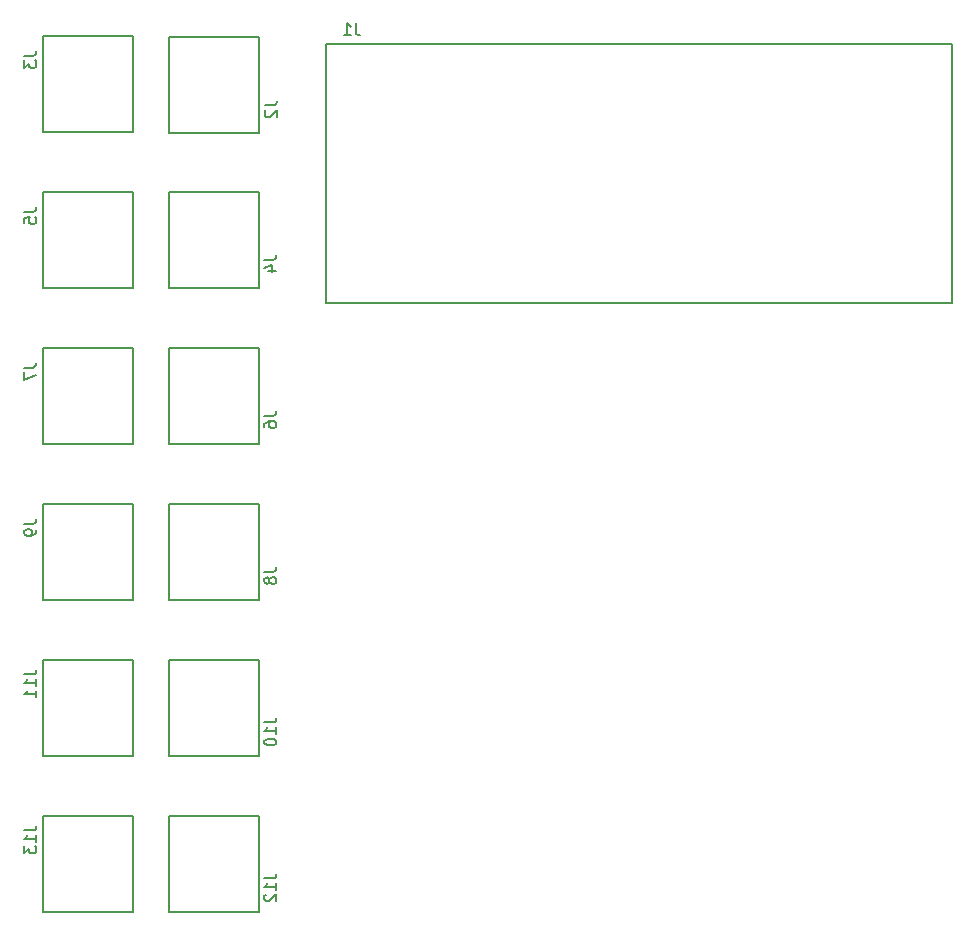
<source format=gbr>
G04 #@! TF.GenerationSoftware,KiCad,Pcbnew,5.1.4-e60b266~84~ubuntu18.04.1*
G04 #@! TF.CreationDate,2019-11-20T23:53:28-05:00*
G04 #@! TF.ProjectId,sensing_module_interface,73656e73-696e-4675-9f6d-6f64756c655f,rev?*
G04 #@! TF.SameCoordinates,Original*
G04 #@! TF.FileFunction,Legend,Bot*
G04 #@! TF.FilePolarity,Positive*
%FSLAX46Y46*%
G04 Gerber Fmt 4.6, Leading zero omitted, Abs format (unit mm)*
G04 Created by KiCad (PCBNEW 5.1.4-e60b266~84~ubuntu18.04.1) date 2019-11-20 23:53:28*
%MOMM*%
%LPD*%
G04 APERTURE LIST*
%ADD10C,0.150000*%
G04 APERTURE END LIST*
D10*
X115920000Y-84120000D02*
X168920000Y-84120000D01*
X168920000Y-84120000D02*
X168920000Y-62120000D01*
X168920000Y-62120000D02*
X115920000Y-62120000D01*
X115920000Y-62120000D02*
X115920000Y-84120000D01*
X110261400Y-69723000D02*
X110261400Y-61595000D01*
X110261400Y-61595000D02*
X102641400Y-61595000D01*
X102641400Y-61595000D02*
X102641400Y-69723000D01*
X102641400Y-69723000D02*
X110261400Y-69723000D01*
X99568000Y-61468000D02*
X91948000Y-61468000D01*
X99568000Y-69596000D02*
X99568000Y-61468000D01*
X91948000Y-69596000D02*
X99568000Y-69596000D01*
X91948000Y-61468000D02*
X91948000Y-69596000D01*
X102616000Y-82804000D02*
X110236000Y-82804000D01*
X102616000Y-74676000D02*
X102616000Y-82804000D01*
X110236000Y-74676000D02*
X102616000Y-74676000D01*
X110236000Y-82804000D02*
X110236000Y-74676000D01*
X91948000Y-74676000D02*
X91948000Y-82804000D01*
X91948000Y-82804000D02*
X99568000Y-82804000D01*
X99568000Y-82804000D02*
X99568000Y-74676000D01*
X99568000Y-74676000D02*
X91948000Y-74676000D01*
X110236000Y-96012000D02*
X110236000Y-87884000D01*
X110236000Y-87884000D02*
X102616000Y-87884000D01*
X102616000Y-87884000D02*
X102616000Y-96012000D01*
X102616000Y-96012000D02*
X110236000Y-96012000D01*
X99542600Y-87884000D02*
X91922600Y-87884000D01*
X99542600Y-96012000D02*
X99542600Y-87884000D01*
X91922600Y-96012000D02*
X99542600Y-96012000D01*
X91922600Y-87884000D02*
X91922600Y-96012000D01*
X102616000Y-109220000D02*
X110236000Y-109220000D01*
X102616000Y-101092000D02*
X102616000Y-109220000D01*
X110236000Y-101092000D02*
X102616000Y-101092000D01*
X110236000Y-109220000D02*
X110236000Y-101092000D01*
X91948000Y-101092000D02*
X91948000Y-109220000D01*
X91948000Y-109220000D02*
X99568000Y-109220000D01*
X99568000Y-109220000D02*
X99568000Y-101092000D01*
X99568000Y-101092000D02*
X91948000Y-101092000D01*
X102616000Y-122428000D02*
X110236000Y-122428000D01*
X102616000Y-114300000D02*
X102616000Y-122428000D01*
X110236000Y-114300000D02*
X102616000Y-114300000D01*
X110236000Y-122428000D02*
X110236000Y-114300000D01*
X91948000Y-114300000D02*
X91948000Y-122428000D01*
X91948000Y-122428000D02*
X99568000Y-122428000D01*
X99568000Y-122428000D02*
X99568000Y-114300000D01*
X99568000Y-114300000D02*
X91948000Y-114300000D01*
X102616000Y-135636000D02*
X110236000Y-135636000D01*
X102616000Y-127508000D02*
X102616000Y-135636000D01*
X110236000Y-127508000D02*
X102616000Y-127508000D01*
X110236000Y-135636000D02*
X110236000Y-127508000D01*
X91948000Y-127508000D02*
X91948000Y-135636000D01*
X91948000Y-135636000D02*
X99568000Y-135636000D01*
X99568000Y-135636000D02*
X99568000Y-127508000D01*
X99568000Y-127508000D02*
X91948000Y-127508000D01*
X118443333Y-60412380D02*
X118443333Y-61126666D01*
X118490952Y-61269523D01*
X118586190Y-61364761D01*
X118729047Y-61412380D01*
X118824285Y-61412380D01*
X117443333Y-61412380D02*
X118014761Y-61412380D01*
X117729047Y-61412380D02*
X117729047Y-60412380D01*
X117824285Y-60555238D01*
X117919523Y-60650476D01*
X118014761Y-60698095D01*
X110729780Y-67357666D02*
X111444066Y-67357666D01*
X111586923Y-67310047D01*
X111682161Y-67214809D01*
X111729780Y-67071952D01*
X111729780Y-66976714D01*
X110825019Y-67786238D02*
X110777400Y-67833857D01*
X110729780Y-67929095D01*
X110729780Y-68167190D01*
X110777400Y-68262428D01*
X110825019Y-68310047D01*
X110920257Y-68357666D01*
X111015495Y-68357666D01*
X111158352Y-68310047D01*
X111729780Y-67738619D01*
X111729780Y-68357666D01*
X90384380Y-63166666D02*
X91098666Y-63166666D01*
X91241523Y-63119047D01*
X91336761Y-63023809D01*
X91384380Y-62880952D01*
X91384380Y-62785714D01*
X90384380Y-63547619D02*
X90384380Y-64166666D01*
X90765333Y-63833333D01*
X90765333Y-63976190D01*
X90812952Y-64071428D01*
X90860571Y-64119047D01*
X90955809Y-64166666D01*
X91193904Y-64166666D01*
X91289142Y-64119047D01*
X91336761Y-64071428D01*
X91384380Y-63976190D01*
X91384380Y-63690476D01*
X91336761Y-63595238D01*
X91289142Y-63547619D01*
X110704380Y-80438666D02*
X111418666Y-80438666D01*
X111561523Y-80391047D01*
X111656761Y-80295809D01*
X111704380Y-80152952D01*
X111704380Y-80057714D01*
X111037714Y-81343428D02*
X111704380Y-81343428D01*
X110656761Y-81105333D02*
X111371047Y-80867238D01*
X111371047Y-81486285D01*
X90384380Y-76374666D02*
X91098666Y-76374666D01*
X91241523Y-76327047D01*
X91336761Y-76231809D01*
X91384380Y-76088952D01*
X91384380Y-75993714D01*
X90384380Y-77327047D02*
X90384380Y-76850857D01*
X90860571Y-76803238D01*
X90812952Y-76850857D01*
X90765333Y-76946095D01*
X90765333Y-77184190D01*
X90812952Y-77279428D01*
X90860571Y-77327047D01*
X90955809Y-77374666D01*
X91193904Y-77374666D01*
X91289142Y-77327047D01*
X91336761Y-77279428D01*
X91384380Y-77184190D01*
X91384380Y-76946095D01*
X91336761Y-76850857D01*
X91289142Y-76803238D01*
X110704380Y-93646666D02*
X111418666Y-93646666D01*
X111561523Y-93599047D01*
X111656761Y-93503809D01*
X111704380Y-93360952D01*
X111704380Y-93265714D01*
X110704380Y-94551428D02*
X110704380Y-94360952D01*
X110752000Y-94265714D01*
X110799619Y-94218095D01*
X110942476Y-94122857D01*
X111132952Y-94075238D01*
X111513904Y-94075238D01*
X111609142Y-94122857D01*
X111656761Y-94170476D01*
X111704380Y-94265714D01*
X111704380Y-94456190D01*
X111656761Y-94551428D01*
X111609142Y-94599047D01*
X111513904Y-94646666D01*
X111275809Y-94646666D01*
X111180571Y-94599047D01*
X111132952Y-94551428D01*
X111085333Y-94456190D01*
X111085333Y-94265714D01*
X111132952Y-94170476D01*
X111180571Y-94122857D01*
X111275809Y-94075238D01*
X90358980Y-89582666D02*
X91073266Y-89582666D01*
X91216123Y-89535047D01*
X91311361Y-89439809D01*
X91358980Y-89296952D01*
X91358980Y-89201714D01*
X90358980Y-89963619D02*
X90358980Y-90630285D01*
X91358980Y-90201714D01*
X110704380Y-106854666D02*
X111418666Y-106854666D01*
X111561523Y-106807047D01*
X111656761Y-106711809D01*
X111704380Y-106568952D01*
X111704380Y-106473714D01*
X111132952Y-107473714D02*
X111085333Y-107378476D01*
X111037714Y-107330857D01*
X110942476Y-107283238D01*
X110894857Y-107283238D01*
X110799619Y-107330857D01*
X110752000Y-107378476D01*
X110704380Y-107473714D01*
X110704380Y-107664190D01*
X110752000Y-107759428D01*
X110799619Y-107807047D01*
X110894857Y-107854666D01*
X110942476Y-107854666D01*
X111037714Y-107807047D01*
X111085333Y-107759428D01*
X111132952Y-107664190D01*
X111132952Y-107473714D01*
X111180571Y-107378476D01*
X111228190Y-107330857D01*
X111323428Y-107283238D01*
X111513904Y-107283238D01*
X111609142Y-107330857D01*
X111656761Y-107378476D01*
X111704380Y-107473714D01*
X111704380Y-107664190D01*
X111656761Y-107759428D01*
X111609142Y-107807047D01*
X111513904Y-107854666D01*
X111323428Y-107854666D01*
X111228190Y-107807047D01*
X111180571Y-107759428D01*
X111132952Y-107664190D01*
X90384380Y-102790666D02*
X91098666Y-102790666D01*
X91241523Y-102743047D01*
X91336761Y-102647809D01*
X91384380Y-102504952D01*
X91384380Y-102409714D01*
X91384380Y-103314476D02*
X91384380Y-103504952D01*
X91336761Y-103600190D01*
X91289142Y-103647809D01*
X91146285Y-103743047D01*
X90955809Y-103790666D01*
X90574857Y-103790666D01*
X90479619Y-103743047D01*
X90432000Y-103695428D01*
X90384380Y-103600190D01*
X90384380Y-103409714D01*
X90432000Y-103314476D01*
X90479619Y-103266857D01*
X90574857Y-103219238D01*
X90812952Y-103219238D01*
X90908190Y-103266857D01*
X90955809Y-103314476D01*
X91003428Y-103409714D01*
X91003428Y-103600190D01*
X90955809Y-103695428D01*
X90908190Y-103743047D01*
X90812952Y-103790666D01*
X110704380Y-119586476D02*
X111418666Y-119586476D01*
X111561523Y-119538857D01*
X111656761Y-119443619D01*
X111704380Y-119300761D01*
X111704380Y-119205523D01*
X111704380Y-120586476D02*
X111704380Y-120015047D01*
X111704380Y-120300761D02*
X110704380Y-120300761D01*
X110847238Y-120205523D01*
X110942476Y-120110285D01*
X110990095Y-120015047D01*
X110704380Y-121205523D02*
X110704380Y-121300761D01*
X110752000Y-121396000D01*
X110799619Y-121443619D01*
X110894857Y-121491238D01*
X111085333Y-121538857D01*
X111323428Y-121538857D01*
X111513904Y-121491238D01*
X111609142Y-121443619D01*
X111656761Y-121396000D01*
X111704380Y-121300761D01*
X111704380Y-121205523D01*
X111656761Y-121110285D01*
X111609142Y-121062666D01*
X111513904Y-121015047D01*
X111323428Y-120967428D01*
X111085333Y-120967428D01*
X110894857Y-121015047D01*
X110799619Y-121062666D01*
X110752000Y-121110285D01*
X110704380Y-121205523D01*
X90384380Y-115522476D02*
X91098666Y-115522476D01*
X91241523Y-115474857D01*
X91336761Y-115379619D01*
X91384380Y-115236761D01*
X91384380Y-115141523D01*
X91384380Y-116522476D02*
X91384380Y-115951047D01*
X91384380Y-116236761D02*
X90384380Y-116236761D01*
X90527238Y-116141523D01*
X90622476Y-116046285D01*
X90670095Y-115951047D01*
X91384380Y-117474857D02*
X91384380Y-116903428D01*
X91384380Y-117189142D02*
X90384380Y-117189142D01*
X90527238Y-117093904D01*
X90622476Y-116998666D01*
X90670095Y-116903428D01*
X110704380Y-132794476D02*
X111418666Y-132794476D01*
X111561523Y-132746857D01*
X111656761Y-132651619D01*
X111704380Y-132508761D01*
X111704380Y-132413523D01*
X111704380Y-133794476D02*
X111704380Y-133223047D01*
X111704380Y-133508761D02*
X110704380Y-133508761D01*
X110847238Y-133413523D01*
X110942476Y-133318285D01*
X110990095Y-133223047D01*
X110799619Y-134175428D02*
X110752000Y-134223047D01*
X110704380Y-134318285D01*
X110704380Y-134556380D01*
X110752000Y-134651619D01*
X110799619Y-134699238D01*
X110894857Y-134746857D01*
X110990095Y-134746857D01*
X111132952Y-134699238D01*
X111704380Y-134127809D01*
X111704380Y-134746857D01*
X90384380Y-128730476D02*
X91098666Y-128730476D01*
X91241523Y-128682857D01*
X91336761Y-128587619D01*
X91384380Y-128444761D01*
X91384380Y-128349523D01*
X91384380Y-129730476D02*
X91384380Y-129159047D01*
X91384380Y-129444761D02*
X90384380Y-129444761D01*
X90527238Y-129349523D01*
X90622476Y-129254285D01*
X90670095Y-129159047D01*
X90384380Y-130063809D02*
X90384380Y-130682857D01*
X90765333Y-130349523D01*
X90765333Y-130492380D01*
X90812952Y-130587619D01*
X90860571Y-130635238D01*
X90955809Y-130682857D01*
X91193904Y-130682857D01*
X91289142Y-130635238D01*
X91336761Y-130587619D01*
X91384380Y-130492380D01*
X91384380Y-130206666D01*
X91336761Y-130111428D01*
X91289142Y-130063809D01*
M02*

</source>
